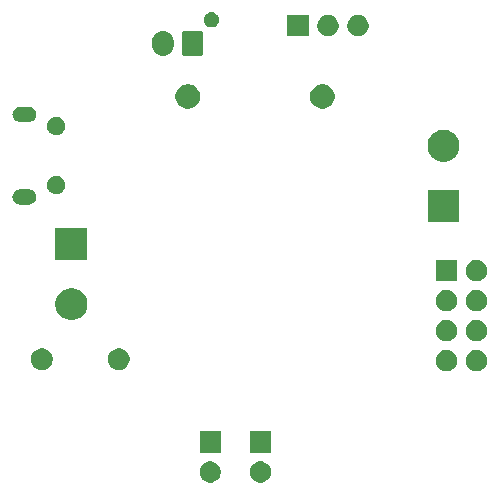
<source format=gbr>
G04 #@! TF.GenerationSoftware,KiCad,Pcbnew,(5.1.5)-3*
G04 #@! TF.CreationDate,2020-07-07T21:27:08-07:00*
G04 #@! TF.ProjectId,tool_head,746f6f6c-5f68-4656-9164-2e6b69636164,B*
G04 #@! TF.SameCoordinates,Original*
G04 #@! TF.FileFunction,Soldermask,Bot*
G04 #@! TF.FilePolarity,Negative*
%FSLAX46Y46*%
G04 Gerber Fmt 4.6, Leading zero omitted, Abs format (unit mm)*
G04 Created by KiCad (PCBNEW (5.1.5)-3) date 2020-07-07 21:27:08*
%MOMM*%
%LPD*%
G04 APERTURE LIST*
%ADD10C,0.100000*%
G04 APERTURE END LIST*
D10*
G36*
X161033512Y-79643927D02*
G01*
X161182812Y-79673624D01*
X161346784Y-79741544D01*
X161494354Y-79840147D01*
X161619853Y-79965646D01*
X161718456Y-80113216D01*
X161786376Y-80277188D01*
X161821000Y-80451259D01*
X161821000Y-80628741D01*
X161786376Y-80802812D01*
X161718456Y-80966784D01*
X161619853Y-81114354D01*
X161494354Y-81239853D01*
X161346784Y-81338456D01*
X161182812Y-81406376D01*
X161033512Y-81436073D01*
X161008742Y-81441000D01*
X160831258Y-81441000D01*
X160806488Y-81436073D01*
X160657188Y-81406376D01*
X160493216Y-81338456D01*
X160345646Y-81239853D01*
X160220147Y-81114354D01*
X160121544Y-80966784D01*
X160053624Y-80802812D01*
X160019000Y-80628741D01*
X160019000Y-80451259D01*
X160053624Y-80277188D01*
X160121544Y-80113216D01*
X160220147Y-79965646D01*
X160345646Y-79840147D01*
X160493216Y-79741544D01*
X160657188Y-79673624D01*
X160806488Y-79643927D01*
X160831258Y-79639000D01*
X161008742Y-79639000D01*
X161033512Y-79643927D01*
G37*
G36*
X156783512Y-79643927D02*
G01*
X156932812Y-79673624D01*
X157096784Y-79741544D01*
X157244354Y-79840147D01*
X157369853Y-79965646D01*
X157468456Y-80113216D01*
X157536376Y-80277188D01*
X157571000Y-80451259D01*
X157571000Y-80628741D01*
X157536376Y-80802812D01*
X157468456Y-80966784D01*
X157369853Y-81114354D01*
X157244354Y-81239853D01*
X157096784Y-81338456D01*
X156932812Y-81406376D01*
X156783512Y-81436073D01*
X156758742Y-81441000D01*
X156581258Y-81441000D01*
X156556488Y-81436073D01*
X156407188Y-81406376D01*
X156243216Y-81338456D01*
X156095646Y-81239853D01*
X155970147Y-81114354D01*
X155871544Y-80966784D01*
X155803624Y-80802812D01*
X155769000Y-80628741D01*
X155769000Y-80451259D01*
X155803624Y-80277188D01*
X155871544Y-80113216D01*
X155970147Y-79965646D01*
X156095646Y-79840147D01*
X156243216Y-79741544D01*
X156407188Y-79673624D01*
X156556488Y-79643927D01*
X156581258Y-79639000D01*
X156758742Y-79639000D01*
X156783512Y-79643927D01*
G37*
G36*
X157571000Y-78901000D02*
G01*
X155769000Y-78901000D01*
X155769000Y-77099000D01*
X157571000Y-77099000D01*
X157571000Y-78901000D01*
G37*
G36*
X161821000Y-78901000D02*
G01*
X160019000Y-78901000D01*
X160019000Y-77099000D01*
X161821000Y-77099000D01*
X161821000Y-78901000D01*
G37*
G36*
X179323512Y-70223927D02*
G01*
X179472812Y-70253624D01*
X179636784Y-70321544D01*
X179784354Y-70420147D01*
X179909853Y-70545646D01*
X180008456Y-70693216D01*
X180076376Y-70857188D01*
X180111000Y-71031259D01*
X180111000Y-71208741D01*
X180076376Y-71382812D01*
X180008456Y-71546784D01*
X179909853Y-71694354D01*
X179784354Y-71819853D01*
X179636784Y-71918456D01*
X179472812Y-71986376D01*
X179323512Y-72016073D01*
X179298742Y-72021000D01*
X179121258Y-72021000D01*
X179096488Y-72016073D01*
X178947188Y-71986376D01*
X178783216Y-71918456D01*
X178635646Y-71819853D01*
X178510147Y-71694354D01*
X178411544Y-71546784D01*
X178343624Y-71382812D01*
X178309000Y-71208741D01*
X178309000Y-71031259D01*
X178343624Y-70857188D01*
X178411544Y-70693216D01*
X178510147Y-70545646D01*
X178635646Y-70420147D01*
X178783216Y-70321544D01*
X178947188Y-70253624D01*
X179096488Y-70223927D01*
X179121258Y-70219000D01*
X179298742Y-70219000D01*
X179323512Y-70223927D01*
G37*
G36*
X176783512Y-70223927D02*
G01*
X176932812Y-70253624D01*
X177096784Y-70321544D01*
X177244354Y-70420147D01*
X177369853Y-70545646D01*
X177468456Y-70693216D01*
X177536376Y-70857188D01*
X177571000Y-71031259D01*
X177571000Y-71208741D01*
X177536376Y-71382812D01*
X177468456Y-71546784D01*
X177369853Y-71694354D01*
X177244354Y-71819853D01*
X177096784Y-71918456D01*
X176932812Y-71986376D01*
X176783512Y-72016073D01*
X176758742Y-72021000D01*
X176581258Y-72021000D01*
X176556488Y-72016073D01*
X176407188Y-71986376D01*
X176243216Y-71918456D01*
X176095646Y-71819853D01*
X175970147Y-71694354D01*
X175871544Y-71546784D01*
X175803624Y-71382812D01*
X175769000Y-71208741D01*
X175769000Y-71031259D01*
X175803624Y-70857188D01*
X175871544Y-70693216D01*
X175970147Y-70545646D01*
X176095646Y-70420147D01*
X176243216Y-70321544D01*
X176407188Y-70253624D01*
X176556488Y-70223927D01*
X176581258Y-70219000D01*
X176758742Y-70219000D01*
X176783512Y-70223927D01*
G37*
G36*
X142690104Y-70109585D02*
G01*
X142858626Y-70179389D01*
X143010291Y-70280728D01*
X143139272Y-70409709D01*
X143240611Y-70561374D01*
X143310415Y-70729896D01*
X143346000Y-70908797D01*
X143346000Y-71091203D01*
X143310415Y-71270104D01*
X143240611Y-71438626D01*
X143139272Y-71590291D01*
X143010291Y-71719272D01*
X142858626Y-71820611D01*
X142690104Y-71890415D01*
X142511203Y-71926000D01*
X142328797Y-71926000D01*
X142149896Y-71890415D01*
X141981374Y-71820611D01*
X141829709Y-71719272D01*
X141700728Y-71590291D01*
X141599389Y-71438626D01*
X141529585Y-71270104D01*
X141494000Y-71091203D01*
X141494000Y-70908797D01*
X141529585Y-70729896D01*
X141599389Y-70561374D01*
X141700728Y-70409709D01*
X141829709Y-70280728D01*
X141981374Y-70179389D01*
X142149896Y-70109585D01*
X142328797Y-70074000D01*
X142511203Y-70074000D01*
X142690104Y-70109585D01*
G37*
G36*
X149190104Y-70109585D02*
G01*
X149358626Y-70179389D01*
X149510291Y-70280728D01*
X149639272Y-70409709D01*
X149740611Y-70561374D01*
X149810415Y-70729896D01*
X149846000Y-70908797D01*
X149846000Y-71091203D01*
X149810415Y-71270104D01*
X149740611Y-71438626D01*
X149639272Y-71590291D01*
X149510291Y-71719272D01*
X149358626Y-71820611D01*
X149190104Y-71890415D01*
X149011203Y-71926000D01*
X148828797Y-71926000D01*
X148649896Y-71890415D01*
X148481374Y-71820611D01*
X148329709Y-71719272D01*
X148200728Y-71590291D01*
X148099389Y-71438626D01*
X148029585Y-71270104D01*
X147994000Y-71091203D01*
X147994000Y-70908797D01*
X148029585Y-70729896D01*
X148099389Y-70561374D01*
X148200728Y-70409709D01*
X148329709Y-70280728D01*
X148481374Y-70179389D01*
X148649896Y-70109585D01*
X148828797Y-70074000D01*
X149011203Y-70074000D01*
X149190104Y-70109585D01*
G37*
G36*
X179323512Y-67683927D02*
G01*
X179472812Y-67713624D01*
X179636784Y-67781544D01*
X179784354Y-67880147D01*
X179909853Y-68005646D01*
X180008456Y-68153216D01*
X180076376Y-68317188D01*
X180111000Y-68491259D01*
X180111000Y-68668741D01*
X180076376Y-68842812D01*
X180008456Y-69006784D01*
X179909853Y-69154354D01*
X179784354Y-69279853D01*
X179636784Y-69378456D01*
X179472812Y-69446376D01*
X179323512Y-69476073D01*
X179298742Y-69481000D01*
X179121258Y-69481000D01*
X179096488Y-69476073D01*
X178947188Y-69446376D01*
X178783216Y-69378456D01*
X178635646Y-69279853D01*
X178510147Y-69154354D01*
X178411544Y-69006784D01*
X178343624Y-68842812D01*
X178309000Y-68668741D01*
X178309000Y-68491259D01*
X178343624Y-68317188D01*
X178411544Y-68153216D01*
X178510147Y-68005646D01*
X178635646Y-67880147D01*
X178783216Y-67781544D01*
X178947188Y-67713624D01*
X179096488Y-67683927D01*
X179121258Y-67679000D01*
X179298742Y-67679000D01*
X179323512Y-67683927D01*
G37*
G36*
X176783512Y-67683927D02*
G01*
X176932812Y-67713624D01*
X177096784Y-67781544D01*
X177244354Y-67880147D01*
X177369853Y-68005646D01*
X177468456Y-68153216D01*
X177536376Y-68317188D01*
X177571000Y-68491259D01*
X177571000Y-68668741D01*
X177536376Y-68842812D01*
X177468456Y-69006784D01*
X177369853Y-69154354D01*
X177244354Y-69279853D01*
X177096784Y-69378456D01*
X176932812Y-69446376D01*
X176783512Y-69476073D01*
X176758742Y-69481000D01*
X176581258Y-69481000D01*
X176556488Y-69476073D01*
X176407188Y-69446376D01*
X176243216Y-69378456D01*
X176095646Y-69279853D01*
X175970147Y-69154354D01*
X175871544Y-69006784D01*
X175803624Y-68842812D01*
X175769000Y-68668741D01*
X175769000Y-68491259D01*
X175803624Y-68317188D01*
X175871544Y-68153216D01*
X175970147Y-68005646D01*
X176095646Y-67880147D01*
X176243216Y-67781544D01*
X176407188Y-67713624D01*
X176556488Y-67683927D01*
X176581258Y-67679000D01*
X176758742Y-67679000D01*
X176783512Y-67683927D01*
G37*
G36*
X145314072Y-65030918D02*
G01*
X145559939Y-65132759D01*
X145569279Y-65139000D01*
X145781211Y-65280609D01*
X145969391Y-65468789D01*
X146117242Y-65690063D01*
X146219082Y-65935928D01*
X146271000Y-66196937D01*
X146271000Y-66463063D01*
X146240906Y-66614354D01*
X146219082Y-66724072D01*
X146117241Y-66969939D01*
X145969390Y-67191212D01*
X145781212Y-67379390D01*
X145559939Y-67527241D01*
X145559938Y-67527242D01*
X145559937Y-67527242D01*
X145314072Y-67629082D01*
X145053063Y-67681000D01*
X144786937Y-67681000D01*
X144525928Y-67629082D01*
X144280063Y-67527242D01*
X144280062Y-67527242D01*
X144280061Y-67527241D01*
X144058788Y-67379390D01*
X143870610Y-67191212D01*
X143722759Y-66969939D01*
X143620918Y-66724072D01*
X143599094Y-66614354D01*
X143569000Y-66463063D01*
X143569000Y-66196937D01*
X143620918Y-65935928D01*
X143722758Y-65690063D01*
X143870609Y-65468789D01*
X144058789Y-65280609D01*
X144270721Y-65139000D01*
X144280061Y-65132759D01*
X144525928Y-65030918D01*
X144786937Y-64979000D01*
X145053063Y-64979000D01*
X145314072Y-65030918D01*
G37*
G36*
X179323512Y-65143927D02*
G01*
X179472812Y-65173624D01*
X179636784Y-65241544D01*
X179784354Y-65340147D01*
X179909853Y-65465646D01*
X180008456Y-65613216D01*
X180076376Y-65777188D01*
X180111000Y-65951259D01*
X180111000Y-66128741D01*
X180076376Y-66302812D01*
X180008456Y-66466784D01*
X179909853Y-66614354D01*
X179784354Y-66739853D01*
X179636784Y-66838456D01*
X179472812Y-66906376D01*
X179323512Y-66936073D01*
X179298742Y-66941000D01*
X179121258Y-66941000D01*
X179096488Y-66936073D01*
X178947188Y-66906376D01*
X178783216Y-66838456D01*
X178635646Y-66739853D01*
X178510147Y-66614354D01*
X178411544Y-66466784D01*
X178343624Y-66302812D01*
X178309000Y-66128741D01*
X178309000Y-65951259D01*
X178343624Y-65777188D01*
X178411544Y-65613216D01*
X178510147Y-65465646D01*
X178635646Y-65340147D01*
X178783216Y-65241544D01*
X178947188Y-65173624D01*
X179096488Y-65143927D01*
X179121258Y-65139000D01*
X179298742Y-65139000D01*
X179323512Y-65143927D01*
G37*
G36*
X176783512Y-65143927D02*
G01*
X176932812Y-65173624D01*
X177096784Y-65241544D01*
X177244354Y-65340147D01*
X177369853Y-65465646D01*
X177468456Y-65613216D01*
X177536376Y-65777188D01*
X177571000Y-65951259D01*
X177571000Y-66128741D01*
X177536376Y-66302812D01*
X177468456Y-66466784D01*
X177369853Y-66614354D01*
X177244354Y-66739853D01*
X177096784Y-66838456D01*
X176932812Y-66906376D01*
X176783512Y-66936073D01*
X176758742Y-66941000D01*
X176581258Y-66941000D01*
X176556488Y-66936073D01*
X176407188Y-66906376D01*
X176243216Y-66838456D01*
X176095646Y-66739853D01*
X175970147Y-66614354D01*
X175871544Y-66466784D01*
X175803624Y-66302812D01*
X175769000Y-66128741D01*
X175769000Y-65951259D01*
X175803624Y-65777188D01*
X175871544Y-65613216D01*
X175970147Y-65465646D01*
X176095646Y-65340147D01*
X176243216Y-65241544D01*
X176407188Y-65173624D01*
X176556488Y-65143927D01*
X176581258Y-65139000D01*
X176758742Y-65139000D01*
X176783512Y-65143927D01*
G37*
G36*
X179323512Y-62603927D02*
G01*
X179472812Y-62633624D01*
X179636784Y-62701544D01*
X179784354Y-62800147D01*
X179909853Y-62925646D01*
X180008456Y-63073216D01*
X180076376Y-63237188D01*
X180111000Y-63411259D01*
X180111000Y-63588741D01*
X180076376Y-63762812D01*
X180008456Y-63926784D01*
X179909853Y-64074354D01*
X179784354Y-64199853D01*
X179636784Y-64298456D01*
X179472812Y-64366376D01*
X179323512Y-64396073D01*
X179298742Y-64401000D01*
X179121258Y-64401000D01*
X179096488Y-64396073D01*
X178947188Y-64366376D01*
X178783216Y-64298456D01*
X178635646Y-64199853D01*
X178510147Y-64074354D01*
X178411544Y-63926784D01*
X178343624Y-63762812D01*
X178309000Y-63588741D01*
X178309000Y-63411259D01*
X178343624Y-63237188D01*
X178411544Y-63073216D01*
X178510147Y-62925646D01*
X178635646Y-62800147D01*
X178783216Y-62701544D01*
X178947188Y-62633624D01*
X179096488Y-62603927D01*
X179121258Y-62599000D01*
X179298742Y-62599000D01*
X179323512Y-62603927D01*
G37*
G36*
X177571000Y-64401000D02*
G01*
X175769000Y-64401000D01*
X175769000Y-62599000D01*
X177571000Y-62599000D01*
X177571000Y-64401000D01*
G37*
G36*
X146271000Y-62601000D02*
G01*
X143569000Y-62601000D01*
X143569000Y-59899000D01*
X146271000Y-59899000D01*
X146271000Y-62601000D01*
G37*
G36*
X177771000Y-59351000D02*
G01*
X175069000Y-59351000D01*
X175069000Y-56649000D01*
X177771000Y-56649000D01*
X177771000Y-59351000D01*
G37*
G36*
X141346355Y-56602140D02*
G01*
X141410118Y-56608420D01*
X141500904Y-56635960D01*
X141532836Y-56645646D01*
X141645925Y-56706094D01*
X141745054Y-56787446D01*
X141826406Y-56886575D01*
X141886854Y-56999664D01*
X141886855Y-56999668D01*
X141924080Y-57122382D01*
X141936649Y-57250000D01*
X141924080Y-57377618D01*
X141896540Y-57468404D01*
X141886854Y-57500336D01*
X141826406Y-57613425D01*
X141745054Y-57712554D01*
X141645925Y-57793906D01*
X141532836Y-57854354D01*
X141500904Y-57864040D01*
X141410118Y-57891580D01*
X141346355Y-57897860D01*
X141314474Y-57901000D01*
X140550526Y-57901000D01*
X140518645Y-57897860D01*
X140454882Y-57891580D01*
X140364096Y-57864040D01*
X140332164Y-57854354D01*
X140219075Y-57793906D01*
X140119946Y-57712554D01*
X140038594Y-57613425D01*
X139978146Y-57500336D01*
X139968460Y-57468404D01*
X139940920Y-57377618D01*
X139928351Y-57250000D01*
X139940920Y-57122382D01*
X139978145Y-56999668D01*
X139978146Y-56999664D01*
X140038594Y-56886575D01*
X140119946Y-56787446D01*
X140219075Y-56706094D01*
X140332164Y-56645646D01*
X140364096Y-56635960D01*
X140454882Y-56608420D01*
X140518645Y-56602140D01*
X140550526Y-56599000D01*
X141314474Y-56599000D01*
X141346355Y-56602140D01*
G37*
G36*
X143858848Y-55503820D02*
G01*
X143858850Y-55503821D01*
X143858851Y-55503821D01*
X144000074Y-55562317D01*
X144000077Y-55562319D01*
X144127169Y-55647239D01*
X144235261Y-55755331D01*
X144320181Y-55882423D01*
X144320183Y-55882426D01*
X144378679Y-56023649D01*
X144408500Y-56173571D01*
X144408500Y-56326429D01*
X144378679Y-56476351D01*
X144320183Y-56617574D01*
X144320181Y-56617577D01*
X144235261Y-56744669D01*
X144127169Y-56852761D01*
X144000077Y-56937681D01*
X144000074Y-56937683D01*
X143858851Y-56996179D01*
X143858850Y-56996179D01*
X143858848Y-56996180D01*
X143708931Y-57026000D01*
X143556069Y-57026000D01*
X143406152Y-56996180D01*
X143406150Y-56996179D01*
X143406149Y-56996179D01*
X143264926Y-56937683D01*
X143264923Y-56937681D01*
X143137831Y-56852761D01*
X143029739Y-56744669D01*
X142944819Y-56617577D01*
X142944817Y-56617574D01*
X142886321Y-56476351D01*
X142856500Y-56326429D01*
X142856500Y-56173571D01*
X142886321Y-56023649D01*
X142944817Y-55882426D01*
X142944819Y-55882423D01*
X143029739Y-55755331D01*
X143137831Y-55647239D01*
X143264923Y-55562319D01*
X143264926Y-55562317D01*
X143406149Y-55503821D01*
X143406150Y-55503821D01*
X143406152Y-55503820D01*
X143556069Y-55474000D01*
X143708931Y-55474000D01*
X143858848Y-55503820D01*
G37*
G36*
X176797261Y-51617574D02*
G01*
X176814072Y-51620918D01*
X177059939Y-51722759D01*
X177092729Y-51744669D01*
X177254500Y-51852761D01*
X177281212Y-51870610D01*
X177469390Y-52058788D01*
X177617241Y-52280061D01*
X177719082Y-52525928D01*
X177771000Y-52786938D01*
X177771000Y-53053062D01*
X177719082Y-53314072D01*
X177617241Y-53559939D01*
X177469390Y-53781212D01*
X177281212Y-53969390D01*
X177059939Y-54117241D01*
X177059938Y-54117242D01*
X177059937Y-54117242D01*
X176814072Y-54219082D01*
X176553063Y-54271000D01*
X176286937Y-54271000D01*
X176025928Y-54219082D01*
X175780063Y-54117242D01*
X175780062Y-54117242D01*
X175780061Y-54117241D01*
X175558788Y-53969390D01*
X175370610Y-53781212D01*
X175222759Y-53559939D01*
X175120918Y-53314072D01*
X175069000Y-53053062D01*
X175069000Y-52786938D01*
X175120918Y-52525928D01*
X175222759Y-52280061D01*
X175370610Y-52058788D01*
X175558788Y-51870610D01*
X175585501Y-51852761D01*
X175747271Y-51744669D01*
X175780061Y-51722759D01*
X176025928Y-51620918D01*
X176042739Y-51617574D01*
X176286937Y-51569000D01*
X176553063Y-51569000D01*
X176797261Y-51617574D01*
G37*
G36*
X143858848Y-50503820D02*
G01*
X143858850Y-50503821D01*
X143858851Y-50503821D01*
X144000074Y-50562317D01*
X144000077Y-50562319D01*
X144127169Y-50647239D01*
X144235261Y-50755331D01*
X144320181Y-50882423D01*
X144320183Y-50882426D01*
X144378679Y-51023649D01*
X144408500Y-51173571D01*
X144408500Y-51326429D01*
X144378679Y-51476351D01*
X144320183Y-51617574D01*
X144320181Y-51617577D01*
X144235261Y-51744669D01*
X144127169Y-51852761D01*
X144000077Y-51937681D01*
X144000074Y-51937683D01*
X143858851Y-51996179D01*
X143858850Y-51996179D01*
X143858848Y-51996180D01*
X143708931Y-52026000D01*
X143556069Y-52026000D01*
X143406152Y-51996180D01*
X143406150Y-51996179D01*
X143406149Y-51996179D01*
X143264926Y-51937683D01*
X143264923Y-51937681D01*
X143137831Y-51852761D01*
X143029739Y-51744669D01*
X142944819Y-51617577D01*
X142944817Y-51617574D01*
X142886321Y-51476351D01*
X142856500Y-51326429D01*
X142856500Y-51173571D01*
X142886321Y-51023649D01*
X142944817Y-50882426D01*
X142944819Y-50882423D01*
X143029739Y-50755331D01*
X143137831Y-50647239D01*
X143264923Y-50562319D01*
X143264926Y-50562317D01*
X143406149Y-50503821D01*
X143406150Y-50503821D01*
X143406152Y-50503820D01*
X143556069Y-50474000D01*
X143708931Y-50474000D01*
X143858848Y-50503820D01*
G37*
G36*
X141346355Y-49602140D02*
G01*
X141410118Y-49608420D01*
X141500904Y-49635960D01*
X141532836Y-49645646D01*
X141645925Y-49706094D01*
X141745054Y-49787446D01*
X141826406Y-49886575D01*
X141886854Y-49999664D01*
X141886855Y-49999668D01*
X141924080Y-50122382D01*
X141936649Y-50250000D01*
X141924080Y-50377618D01*
X141896540Y-50468404D01*
X141886854Y-50500336D01*
X141826406Y-50613425D01*
X141745054Y-50712554D01*
X141645925Y-50793906D01*
X141532836Y-50854354D01*
X141500904Y-50864040D01*
X141410118Y-50891580D01*
X141346355Y-50897860D01*
X141314474Y-50901000D01*
X140550526Y-50901000D01*
X140518645Y-50897860D01*
X140454882Y-50891580D01*
X140364096Y-50864040D01*
X140332164Y-50854354D01*
X140219075Y-50793906D01*
X140119946Y-50712554D01*
X140038594Y-50613425D01*
X139978146Y-50500336D01*
X139968460Y-50468404D01*
X139940920Y-50377618D01*
X139928351Y-50250000D01*
X139940920Y-50122382D01*
X139978145Y-49999668D01*
X139978146Y-49999664D01*
X140038594Y-49886575D01*
X140119946Y-49787446D01*
X140219075Y-49706094D01*
X140332164Y-49645646D01*
X140364096Y-49635960D01*
X140454882Y-49608420D01*
X140518645Y-49602140D01*
X140550526Y-49599000D01*
X141314474Y-49599000D01*
X141346355Y-49602140D01*
G37*
G36*
X155076564Y-47739389D02*
G01*
X155267833Y-47818615D01*
X155267835Y-47818616D01*
X155439973Y-47933635D01*
X155586365Y-48080027D01*
X155701385Y-48252167D01*
X155780611Y-48443436D01*
X155821000Y-48646484D01*
X155821000Y-48853516D01*
X155780611Y-49056564D01*
X155701385Y-49247833D01*
X155701384Y-49247835D01*
X155586365Y-49419973D01*
X155439973Y-49566365D01*
X155267835Y-49681384D01*
X155267834Y-49681385D01*
X155267833Y-49681385D01*
X155076564Y-49760611D01*
X154873516Y-49801000D01*
X154666484Y-49801000D01*
X154463436Y-49760611D01*
X154272167Y-49681385D01*
X154272166Y-49681385D01*
X154272165Y-49681384D01*
X154100027Y-49566365D01*
X153953635Y-49419973D01*
X153838616Y-49247835D01*
X153838615Y-49247833D01*
X153759389Y-49056564D01*
X153719000Y-48853516D01*
X153719000Y-48646484D01*
X153759389Y-48443436D01*
X153838615Y-48252167D01*
X153953635Y-48080027D01*
X154100027Y-47933635D01*
X154272165Y-47818616D01*
X154272167Y-47818615D01*
X154463436Y-47739389D01*
X154666484Y-47699000D01*
X154873516Y-47699000D01*
X155076564Y-47739389D01*
G37*
G36*
X166476564Y-47739389D02*
G01*
X166667833Y-47818615D01*
X166667835Y-47818616D01*
X166839973Y-47933635D01*
X166986365Y-48080027D01*
X167101385Y-48252167D01*
X167180611Y-48443436D01*
X167221000Y-48646484D01*
X167221000Y-48853516D01*
X167180611Y-49056564D01*
X167101385Y-49247833D01*
X167101384Y-49247835D01*
X166986365Y-49419973D01*
X166839973Y-49566365D01*
X166667835Y-49681384D01*
X166667834Y-49681385D01*
X166667833Y-49681385D01*
X166476564Y-49760611D01*
X166273516Y-49801000D01*
X166066484Y-49801000D01*
X165863436Y-49760611D01*
X165672167Y-49681385D01*
X165672166Y-49681385D01*
X165672165Y-49681384D01*
X165500027Y-49566365D01*
X165353635Y-49419973D01*
X165238616Y-49247835D01*
X165238615Y-49247833D01*
X165159389Y-49056564D01*
X165119000Y-48853516D01*
X165119000Y-48646484D01*
X165159389Y-48443436D01*
X165238615Y-48252167D01*
X165353635Y-48080027D01*
X165500027Y-47933635D01*
X165672165Y-47818616D01*
X165672167Y-47818615D01*
X165863436Y-47739389D01*
X166066484Y-47699000D01*
X166273516Y-47699000D01*
X166476564Y-47739389D01*
G37*
G36*
X152846627Y-43212037D02*
G01*
X153016466Y-43263557D01*
X153172991Y-43347222D01*
X153208729Y-43376552D01*
X153310186Y-43459814D01*
X153393448Y-43561271D01*
X153422778Y-43597009D01*
X153506443Y-43753534D01*
X153557963Y-43923374D01*
X153571000Y-44055743D01*
X153571000Y-44444258D01*
X153557963Y-44576627D01*
X153506443Y-44746466D01*
X153422778Y-44902991D01*
X153393448Y-44938729D01*
X153310186Y-45040186D01*
X153172989Y-45152779D01*
X153016467Y-45236442D01*
X153016465Y-45236443D01*
X152846626Y-45287963D01*
X152670000Y-45305359D01*
X152493373Y-45287963D01*
X152323534Y-45236443D01*
X152167009Y-45152778D01*
X152124750Y-45118097D01*
X152029814Y-45040186D01*
X151917221Y-44902989D01*
X151833558Y-44746467D01*
X151833557Y-44746465D01*
X151782037Y-44576626D01*
X151769000Y-44444257D01*
X151769000Y-44055742D01*
X151782037Y-43923373D01*
X151833557Y-43753534D01*
X151917222Y-43597009D01*
X152029815Y-43459815D01*
X152167010Y-43347222D01*
X152323535Y-43263557D01*
X152493374Y-43212037D01*
X152670000Y-43194641D01*
X152846627Y-43212037D01*
G37*
G36*
X155928600Y-43202989D02*
G01*
X155961652Y-43213015D01*
X155992103Y-43229292D01*
X156018799Y-43251201D01*
X156040708Y-43277897D01*
X156056985Y-43308348D01*
X156067011Y-43341400D01*
X156071000Y-43381903D01*
X156071000Y-45118097D01*
X156067011Y-45158600D01*
X156056985Y-45191652D01*
X156040708Y-45222103D01*
X156018799Y-45248799D01*
X155992103Y-45270708D01*
X155961652Y-45286985D01*
X155928600Y-45297011D01*
X155888097Y-45301000D01*
X154451903Y-45301000D01*
X154411400Y-45297011D01*
X154378348Y-45286985D01*
X154347897Y-45270708D01*
X154321201Y-45248799D01*
X154299292Y-45222103D01*
X154283015Y-45191652D01*
X154272989Y-45158600D01*
X154269000Y-45118097D01*
X154269000Y-43381903D01*
X154272989Y-43341400D01*
X154283015Y-43308348D01*
X154299292Y-43277897D01*
X154321201Y-43251201D01*
X154347897Y-43229292D01*
X154378348Y-43213015D01*
X154411400Y-43202989D01*
X154451903Y-43199000D01*
X155888097Y-43199000D01*
X155928600Y-43202989D01*
G37*
G36*
X164991000Y-43651000D02*
G01*
X163189000Y-43651000D01*
X163189000Y-41849000D01*
X164991000Y-41849000D01*
X164991000Y-43651000D01*
G37*
G36*
X166743512Y-41853927D02*
G01*
X166892812Y-41883624D01*
X167056784Y-41951544D01*
X167204354Y-42050147D01*
X167329853Y-42175646D01*
X167428456Y-42323216D01*
X167496376Y-42487188D01*
X167531000Y-42661259D01*
X167531000Y-42838741D01*
X167496376Y-43012812D01*
X167428456Y-43176784D01*
X167329853Y-43324354D01*
X167204354Y-43449853D01*
X167056784Y-43548456D01*
X166892812Y-43616376D01*
X166743512Y-43646073D01*
X166718742Y-43651000D01*
X166541258Y-43651000D01*
X166516488Y-43646073D01*
X166367188Y-43616376D01*
X166203216Y-43548456D01*
X166055646Y-43449853D01*
X165930147Y-43324354D01*
X165831544Y-43176784D01*
X165763624Y-43012812D01*
X165729000Y-42838741D01*
X165729000Y-42661259D01*
X165763624Y-42487188D01*
X165831544Y-42323216D01*
X165930147Y-42175646D01*
X166055646Y-42050147D01*
X166203216Y-41951544D01*
X166367188Y-41883624D01*
X166516488Y-41853927D01*
X166541258Y-41849000D01*
X166718742Y-41849000D01*
X166743512Y-41853927D01*
G37*
G36*
X169283512Y-41853927D02*
G01*
X169432812Y-41883624D01*
X169596784Y-41951544D01*
X169744354Y-42050147D01*
X169869853Y-42175646D01*
X169968456Y-42323216D01*
X170036376Y-42487188D01*
X170071000Y-42661259D01*
X170071000Y-42838741D01*
X170036376Y-43012812D01*
X169968456Y-43176784D01*
X169869853Y-43324354D01*
X169744354Y-43449853D01*
X169596784Y-43548456D01*
X169432812Y-43616376D01*
X169283512Y-43646073D01*
X169258742Y-43651000D01*
X169081258Y-43651000D01*
X169056488Y-43646073D01*
X168907188Y-43616376D01*
X168743216Y-43548456D01*
X168595646Y-43449853D01*
X168470147Y-43324354D01*
X168371544Y-43176784D01*
X168303624Y-43012812D01*
X168269000Y-42838741D01*
X168269000Y-42661259D01*
X168303624Y-42487188D01*
X168371544Y-42323216D01*
X168470147Y-42175646D01*
X168595646Y-42050147D01*
X168743216Y-41951544D01*
X168907188Y-41883624D01*
X169056488Y-41853927D01*
X169081258Y-41849000D01*
X169258742Y-41849000D01*
X169283512Y-41853927D01*
G37*
G36*
X156959890Y-41624017D02*
G01*
X157078364Y-41673091D01*
X157184988Y-41744335D01*
X157275665Y-41835012D01*
X157308147Y-41883624D01*
X157346910Y-41941638D01*
X157395983Y-42060110D01*
X157421000Y-42185881D01*
X157421000Y-42314119D01*
X157419190Y-42323218D01*
X157395983Y-42439890D01*
X157346909Y-42558364D01*
X157275665Y-42664988D01*
X157184988Y-42755665D01*
X157078364Y-42826909D01*
X157078363Y-42826910D01*
X157078362Y-42826910D01*
X156959890Y-42875983D01*
X156834119Y-42901000D01*
X156705881Y-42901000D01*
X156580110Y-42875983D01*
X156461638Y-42826910D01*
X156461637Y-42826910D01*
X156461636Y-42826909D01*
X156355012Y-42755665D01*
X156264335Y-42664988D01*
X156193091Y-42558364D01*
X156144017Y-42439890D01*
X156120810Y-42323218D01*
X156119000Y-42314119D01*
X156119000Y-42185881D01*
X156144017Y-42060110D01*
X156193090Y-41941638D01*
X156231854Y-41883624D01*
X156264335Y-41835012D01*
X156355012Y-41744335D01*
X156461636Y-41673091D01*
X156580110Y-41624017D01*
X156705881Y-41599000D01*
X156834119Y-41599000D01*
X156959890Y-41624017D01*
G37*
M02*

</source>
